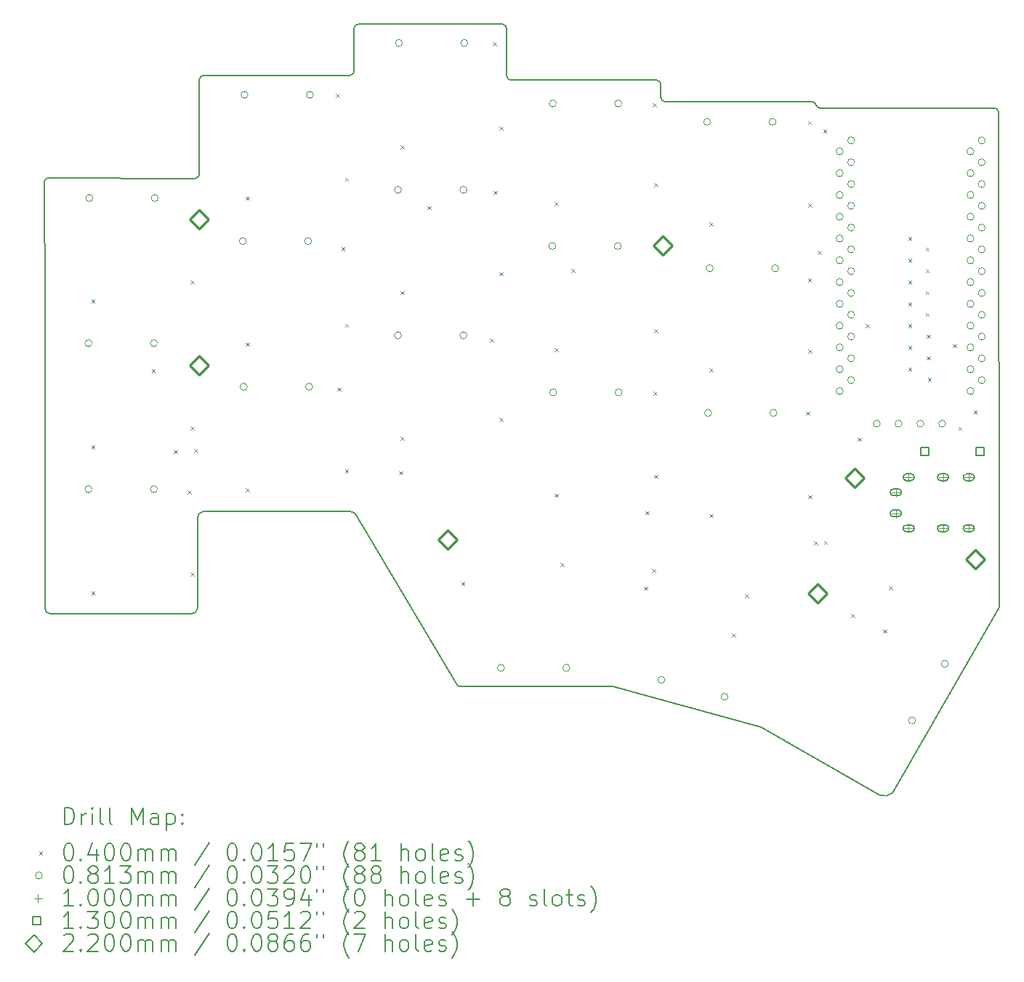
<source format=gbr>
%FSLAX45Y45*%
G04 Gerber Fmt 4.5, Leading zero omitted, Abs format (unit mm)*
G04 Created by KiCad (PCBNEW (5.99.0-11177-g6c67dfa032)) date 2021-10-11 00:00:57*
%MOMM*%
%LPD*%
G01*
G04 APERTURE LIST*
%TA.AperFunction,Profile*%
%ADD10C,0.150000*%
%TD*%
%ADD11C,0.200000*%
%ADD12C,0.040000*%
%ADD13C,0.081280*%
%ADD14C,0.100000*%
%ADD15C,0.130000*%
%ADD16C,0.220000*%
G04 APERTURE END LIST*
D10*
X18762000Y-5380500D02*
X16733040Y-5381502D01*
X9451545Y-6202085D02*
X7741920Y-6197600D01*
X17576800Y-13365480D02*
X18821400Y-11201400D01*
X16047720Y-12598400D02*
X17428867Y-13395960D01*
X12537440Y-12124081D02*
X14315440Y-12125960D01*
X16685040Y-5345502D02*
G75*
G03*
X16636050Y-5305500I-48990J-9998D01*
G01*
X16685040Y-5345502D02*
G75*
G03*
X16733040Y-5381502I48000J14000D01*
G01*
X16636050Y-5305500D02*
X14929320Y-5306902D01*
X9451545Y-6202085D02*
G75*
G03*
X9501545Y-6152085I0J50000D01*
G01*
X9551712Y-5000682D02*
G75*
G03*
X9501712Y-5050682I0J-50000D01*
G01*
X13031000Y-4403620D02*
X11353000Y-4404955D01*
X13081000Y-5005340D02*
X13081000Y-4453620D01*
X14829320Y-5056902D02*
X13131000Y-5055340D01*
X14879320Y-5256902D02*
X14879320Y-5106902D01*
X9501712Y-5050682D02*
X9501545Y-6152085D01*
X11254712Y-5000682D02*
X9551712Y-5000682D01*
X11303000Y-4454955D02*
X11304712Y-4950682D01*
X11254712Y-5000682D02*
G75*
G03*
X11304712Y-4950682I0J50000D01*
G01*
X11353000Y-4404955D02*
G75*
G03*
X11303000Y-4454955I0J-50000D01*
G01*
X13081000Y-4453620D02*
G75*
G03*
X13031000Y-4403620I-50000J0D01*
G01*
X13081000Y-5005340D02*
G75*
G03*
X13131000Y-5055340I50000J0D01*
G01*
X14879320Y-5106902D02*
G75*
G03*
X14829320Y-5056902I-50000J0D01*
G01*
X14879320Y-5256902D02*
G75*
G03*
X14929320Y-5306902I50000J0D01*
G01*
X18812000Y-5430500D02*
G75*
G03*
X18762000Y-5380500I-50000J0D01*
G01*
X9545320Y-10086265D02*
X11262360Y-10086265D01*
X9479280Y-11074400D02*
X9484360Y-10147225D01*
X11329486Y-10129488D02*
G75*
G03*
X11262360Y-10086265I-67126J-30512D01*
G01*
X12537440Y-12124081D02*
G75*
G02*
X12501880Y-12110720I0J54001D01*
G01*
X17576800Y-13365480D02*
G75*
G02*
X17428867Y-13395960I-103931J130189D01*
G01*
X7701280Y-9377680D02*
X7701280Y-11074400D01*
X7696200Y-6243320D02*
X7701280Y-7670800D01*
X18812000Y-5430500D02*
X18821400Y-11201400D01*
X9479280Y-11211560D02*
X9479280Y-11074400D01*
X9545320Y-10086265D02*
G75*
G03*
X9484360Y-10147225I0J-60960D01*
G01*
X9479280Y-11211560D02*
G75*
G02*
X9413240Y-11277600I-66040J0D01*
G01*
X7701280Y-11211560D02*
X7701280Y-11074400D01*
X7701280Y-7670800D02*
X7701280Y-9377680D01*
X11329486Y-10129488D02*
X12501880Y-12110720D01*
X7696200Y-6243320D02*
G75*
G02*
X7741920Y-6197600I45720J0D01*
G01*
X7767320Y-11277600D02*
X9413240Y-11277600D01*
X14315440Y-12125960D02*
X16047720Y-12598400D01*
X7767320Y-11277600D02*
G75*
G02*
X7701280Y-11211560I0J66040D01*
G01*
D11*
D12*
X8243500Y-7615000D02*
X8283500Y-7655000D01*
X8283500Y-7615000D02*
X8243500Y-7655000D01*
X8243500Y-9315000D02*
X8283500Y-9355000D01*
X8283500Y-9315000D02*
X8243500Y-9355000D01*
X8243500Y-11015000D02*
X8283500Y-11055000D01*
X8283500Y-11015000D02*
X8243500Y-11055000D01*
X8946200Y-8425500D02*
X8986200Y-8465500D01*
X8986200Y-8425500D02*
X8946200Y-8465500D01*
X9205280Y-9367840D02*
X9245280Y-9407840D01*
X9245280Y-9367840D02*
X9205280Y-9407840D01*
X9367840Y-9840280D02*
X9407840Y-9880280D01*
X9407840Y-9840280D02*
X9367840Y-9880280D01*
X9398500Y-7395000D02*
X9438500Y-7435000D01*
X9438500Y-7395000D02*
X9398500Y-7435000D01*
X9398500Y-9095000D02*
X9438500Y-9135000D01*
X9438500Y-9095000D02*
X9398500Y-9135000D01*
X9398500Y-10795000D02*
X9438500Y-10835000D01*
X9438500Y-10795000D02*
X9398500Y-10835000D01*
X9438960Y-9357680D02*
X9478960Y-9397680D01*
X9478960Y-9357680D02*
X9438960Y-9397680D01*
X10043500Y-6415000D02*
X10083500Y-6455000D01*
X10083500Y-6415000D02*
X10043500Y-6455000D01*
X10043500Y-8115000D02*
X10083500Y-8155000D01*
X10083500Y-8115000D02*
X10043500Y-8155000D01*
X10043500Y-9815000D02*
X10083500Y-9855000D01*
X10083500Y-9815000D02*
X10043500Y-9855000D01*
X11095040Y-5217480D02*
X11135040Y-5257480D01*
X11135040Y-5217480D02*
X11095040Y-5257480D01*
X11110280Y-8641400D02*
X11150280Y-8681400D01*
X11150280Y-8641400D02*
X11110280Y-8681400D01*
X11156000Y-7000560D02*
X11196000Y-7040560D01*
X11196000Y-7000560D02*
X11156000Y-7040560D01*
X11198500Y-6195000D02*
X11238500Y-6235000D01*
X11238500Y-6195000D02*
X11198500Y-6235000D01*
X11198500Y-7895000D02*
X11238500Y-7935000D01*
X11238500Y-7895000D02*
X11198500Y-7935000D01*
X11198500Y-9595000D02*
X11238500Y-9635000D01*
X11238500Y-9595000D02*
X11198500Y-9635000D01*
X11828000Y-9613450D02*
X11868000Y-9653450D01*
X11868000Y-9613450D02*
X11828000Y-9653450D01*
X11843500Y-5815000D02*
X11883500Y-5855000D01*
X11883500Y-5815000D02*
X11843500Y-5855000D01*
X11843500Y-7515000D02*
X11883500Y-7555000D01*
X11883500Y-7515000D02*
X11843500Y-7555000D01*
X11843500Y-9215000D02*
X11883500Y-9255000D01*
X11883500Y-9215000D02*
X11843500Y-9255000D01*
X12156760Y-6523040D02*
X12196760Y-6563040D01*
X12196760Y-6523040D02*
X12156760Y-6563040D01*
X12553500Y-10904000D02*
X12593500Y-10944000D01*
X12593500Y-10904000D02*
X12553500Y-10944000D01*
X12888280Y-8067360D02*
X12928280Y-8107360D01*
X12928280Y-8067360D02*
X12888280Y-8107360D01*
X12918760Y-4612960D02*
X12958760Y-4652960D01*
X12958760Y-4612960D02*
X12918760Y-4652960D01*
X12928920Y-6345240D02*
X12968920Y-6385240D01*
X12968920Y-6345240D02*
X12928920Y-6385240D01*
X12998500Y-5595000D02*
X13038500Y-5635000D01*
X13038500Y-5595000D02*
X12998500Y-5635000D01*
X12998500Y-7295000D02*
X13038500Y-7335000D01*
X13038500Y-7295000D02*
X12998500Y-7335000D01*
X12998500Y-8995000D02*
X13038500Y-9035000D01*
X13038500Y-8995000D02*
X12998500Y-9035000D01*
X13643500Y-6477000D02*
X13683500Y-6517000D01*
X13683500Y-6477000D02*
X13643500Y-6517000D01*
X13643500Y-8177000D02*
X13683500Y-8217000D01*
X13683500Y-8177000D02*
X13643500Y-8217000D01*
X13643500Y-9877500D02*
X13683500Y-9917500D01*
X13683500Y-9877500D02*
X13643500Y-9917500D01*
X13708500Y-10684000D02*
X13748500Y-10724000D01*
X13748500Y-10684000D02*
X13708500Y-10724000D01*
X13833160Y-7254560D02*
X13873160Y-7294560D01*
X13873160Y-7254560D02*
X13833160Y-7294560D01*
X14683753Y-10961605D02*
X14723753Y-11001605D01*
X14723753Y-10961605D02*
X14683753Y-11001605D01*
X14701840Y-10079040D02*
X14741840Y-10119040D01*
X14741840Y-10079040D02*
X14701840Y-10119040D01*
X14778040Y-10754680D02*
X14818040Y-10794680D01*
X14818040Y-10754680D02*
X14778040Y-10794680D01*
X14783120Y-5324160D02*
X14823120Y-5364160D01*
X14823120Y-5324160D02*
X14783120Y-5364160D01*
X14793280Y-8687120D02*
X14833280Y-8727120D01*
X14833280Y-8687120D02*
X14793280Y-8727120D01*
X14798500Y-6257000D02*
X14838500Y-6297000D01*
X14838500Y-6257000D02*
X14798500Y-6297000D01*
X14798500Y-7957000D02*
X14838500Y-7997000D01*
X14838500Y-7957000D02*
X14798500Y-7997000D01*
X14798500Y-9657500D02*
X14838500Y-9697500D01*
X14838500Y-9657500D02*
X14798500Y-9697500D01*
X15443500Y-6715000D02*
X15483500Y-6755000D01*
X15483500Y-6715000D02*
X15443500Y-6755000D01*
X15443500Y-8415000D02*
X15483500Y-8455000D01*
X15483500Y-8415000D02*
X15443500Y-8455000D01*
X15443500Y-10115000D02*
X15483500Y-10155000D01*
X15483500Y-10115000D02*
X15443500Y-10155000D01*
X15705140Y-11509060D02*
X15745140Y-11549060D01*
X15745140Y-11509060D02*
X15705140Y-11549060D01*
X15856338Y-11048037D02*
X15896338Y-11088037D01*
X15896338Y-11048037D02*
X15856338Y-11088037D01*
X16571280Y-8920800D02*
X16611280Y-8960800D01*
X16611280Y-8920800D02*
X16571280Y-8960800D01*
X16591600Y-5532440D02*
X16631600Y-5572440D01*
X16631600Y-5532440D02*
X16591600Y-5572440D01*
X16591600Y-7366320D02*
X16631600Y-7406320D01*
X16631600Y-7366320D02*
X16591600Y-7406320D01*
X16598500Y-6495000D02*
X16638500Y-6535000D01*
X16638500Y-6495000D02*
X16598500Y-6535000D01*
X16598500Y-8195000D02*
X16638500Y-8235000D01*
X16638500Y-8195000D02*
X16598500Y-8235000D01*
X16598500Y-9895000D02*
X16638500Y-9935000D01*
X16638500Y-9895000D02*
X16598500Y-9935000D01*
X16663000Y-10429560D02*
X16703000Y-10469560D01*
X16703000Y-10429560D02*
X16663000Y-10469560D01*
X16703360Y-7046280D02*
X16743360Y-7086280D01*
X16743360Y-7046280D02*
X16703360Y-7086280D01*
X16769400Y-5631500D02*
X16809400Y-5671500D01*
X16809400Y-5631500D02*
X16769400Y-5671500D01*
X16777000Y-10428000D02*
X16817000Y-10468000D01*
X16817000Y-10428000D02*
X16777000Y-10468000D01*
X17094465Y-11277877D02*
X17134465Y-11317877D01*
X17134465Y-11277877D02*
X17094465Y-11317877D01*
X17170720Y-9225600D02*
X17210720Y-9265600D01*
X17210720Y-9225600D02*
X17170720Y-9265600D01*
X17265549Y-7899040D02*
X17305549Y-7939040D01*
X17305549Y-7899040D02*
X17265549Y-7939040D01*
X17466630Y-11459530D02*
X17506630Y-11499530D01*
X17506630Y-11459530D02*
X17466630Y-11499530D01*
X17534991Y-10954864D02*
X17574991Y-10994864D01*
X17574991Y-10954864D02*
X17534991Y-10994864D01*
X17760000Y-6883040D02*
X17800000Y-6923040D01*
X17800000Y-6883040D02*
X17760000Y-6923040D01*
X17760000Y-7137040D02*
X17800000Y-7177040D01*
X17800000Y-7137040D02*
X17760000Y-7177040D01*
X17760000Y-7391040D02*
X17800000Y-7431040D01*
X17800000Y-7391040D02*
X17760000Y-7431040D01*
X17760000Y-7645040D02*
X17800000Y-7685040D01*
X17800000Y-7645040D02*
X17760000Y-7685040D01*
X17760000Y-7899040D02*
X17800000Y-7939040D01*
X17800000Y-7899040D02*
X17760000Y-7939040D01*
X17760000Y-8153040D02*
X17800000Y-8193040D01*
X17800000Y-8153040D02*
X17760000Y-8193040D01*
X17760000Y-8406840D02*
X17800000Y-8446840D01*
X17800000Y-8406840D02*
X17760000Y-8446840D01*
X17963200Y-7005640D02*
X18003200Y-7045640D01*
X18003200Y-7005640D02*
X17963200Y-7045640D01*
X17963200Y-7259640D02*
X18003200Y-7299640D01*
X18003200Y-7259640D02*
X17963200Y-7299640D01*
X17963200Y-7513640D02*
X18003200Y-7553640D01*
X18003200Y-7513640D02*
X17963200Y-7553640D01*
X17963200Y-7767640D02*
X18003200Y-7807640D01*
X18003200Y-7767640D02*
X17963200Y-7807640D01*
X17975900Y-8021640D02*
X18015900Y-8061640D01*
X18015900Y-8021640D02*
X17975900Y-8061640D01*
X17975900Y-8275640D02*
X18015900Y-8315640D01*
X18015900Y-8275640D02*
X17975900Y-8315640D01*
X17988600Y-8527100D02*
X18028600Y-8567100D01*
X18028600Y-8527100D02*
X17988600Y-8567100D01*
X18283240Y-8133400D02*
X18323240Y-8173400D01*
X18323240Y-8133400D02*
X18283240Y-8173400D01*
X18344200Y-9098600D02*
X18384200Y-9138600D01*
X18384200Y-9098600D02*
X18344200Y-9138600D01*
X18522000Y-8908100D02*
X18562000Y-8948100D01*
X18562000Y-8908100D02*
X18522000Y-8948100D01*
D13*
X8249920Y-8122920D02*
G75*
G03*
X8249920Y-8122920I-40640J0D01*
G01*
X8249920Y-9824720D02*
G75*
G03*
X8249920Y-9824720I-40640J0D01*
G01*
X8260080Y-6431280D02*
G75*
G03*
X8260080Y-6431280I-40640J0D01*
G01*
X9011920Y-8122920D02*
G75*
G03*
X9011920Y-8122920I-40640J0D01*
G01*
X9011920Y-9824720D02*
G75*
G03*
X9011920Y-9824720I-40640J0D01*
G01*
X9022080Y-6431280D02*
G75*
G03*
X9022080Y-6431280I-40640J0D01*
G01*
X10048240Y-6934200D02*
G75*
G03*
X10048240Y-6934200I-40640J0D01*
G01*
X10058400Y-8630920D02*
G75*
G03*
X10058400Y-8630920I-40640J0D01*
G01*
X10068560Y-5227320D02*
G75*
G03*
X10068560Y-5227320I-40640J0D01*
G01*
X10810240Y-6934200D02*
G75*
G03*
X10810240Y-6934200I-40640J0D01*
G01*
X10820400Y-8630920D02*
G75*
G03*
X10820400Y-8630920I-40640J0D01*
G01*
X10830560Y-5227320D02*
G75*
G03*
X10830560Y-5227320I-40640J0D01*
G01*
X11856720Y-6334760D02*
G75*
G03*
X11856720Y-6334760I-40640J0D01*
G01*
X11856720Y-8031480D02*
G75*
G03*
X11856720Y-8031480I-40640J0D01*
G01*
X11866880Y-4622800D02*
G75*
G03*
X11866880Y-4622800I-40640J0D01*
G01*
X12618720Y-6334760D02*
G75*
G03*
X12618720Y-6334760I-40640J0D01*
G01*
X12618720Y-8031480D02*
G75*
G03*
X12618720Y-8031480I-40640J0D01*
G01*
X12628880Y-4622800D02*
G75*
G03*
X12628880Y-4622800I-40640J0D01*
G01*
X13055600Y-11907520D02*
G75*
G03*
X13055600Y-11907520I-40640J0D01*
G01*
X13655040Y-6990080D02*
G75*
G03*
X13655040Y-6990080I-40640J0D01*
G01*
X13660120Y-5328920D02*
G75*
G03*
X13660120Y-5328920I-40640J0D01*
G01*
X13665200Y-8696960D02*
G75*
G03*
X13665200Y-8696960I-40640J0D01*
G01*
X13817600Y-11907520D02*
G75*
G03*
X13817600Y-11907520I-40640J0D01*
G01*
X14417040Y-6990080D02*
G75*
G03*
X14417040Y-6990080I-40640J0D01*
G01*
X14422120Y-5328920D02*
G75*
G03*
X14422120Y-5328920I-40640J0D01*
G01*
X14427200Y-8696960D02*
G75*
G03*
X14427200Y-8696960I-40640J0D01*
G01*
X14924050Y-12047449D02*
G75*
G03*
X14924050Y-12047449I-40640J0D01*
G01*
X15458440Y-5542280D02*
G75*
G03*
X15458440Y-5542280I-40640J0D01*
G01*
X15468600Y-8935720D02*
G75*
G03*
X15468600Y-8935720I-40640J0D01*
G01*
X15488920Y-7249160D02*
G75*
G03*
X15488920Y-7249160I-40640J0D01*
G01*
X15660086Y-12244670D02*
G75*
G03*
X15660086Y-12244670I-40640J0D01*
G01*
X16220440Y-5542280D02*
G75*
G03*
X16220440Y-5542280I-40640J0D01*
G01*
X16230600Y-8935720D02*
G75*
G03*
X16230600Y-8935720I-40640J0D01*
G01*
X16250920Y-7249160D02*
G75*
G03*
X16250920Y-7249160I-40640J0D01*
G01*
X17002640Y-5887040D02*
G75*
G03*
X17002640Y-5887040I-40640J0D01*
G01*
X17002640Y-6141040D02*
G75*
G03*
X17002640Y-6141040I-40640J0D01*
G01*
X17002640Y-6395040D02*
G75*
G03*
X17002640Y-6395040I-40640J0D01*
G01*
X17002640Y-6649040D02*
G75*
G03*
X17002640Y-6649040I-40640J0D01*
G01*
X17002640Y-6903040D02*
G75*
G03*
X17002640Y-6903040I-40640J0D01*
G01*
X17002640Y-7157040D02*
G75*
G03*
X17002640Y-7157040I-40640J0D01*
G01*
X17002640Y-7411040D02*
G75*
G03*
X17002640Y-7411040I-40640J0D01*
G01*
X17002640Y-7665040D02*
G75*
G03*
X17002640Y-7665040I-40640J0D01*
G01*
X17002640Y-7919040D02*
G75*
G03*
X17002640Y-7919040I-40640J0D01*
G01*
X17002640Y-8173040D02*
G75*
G03*
X17002640Y-8173040I-40640J0D01*
G01*
X17002640Y-8427040D02*
G75*
G03*
X17002640Y-8427040I-40640J0D01*
G01*
X17002640Y-8681040D02*
G75*
G03*
X17002640Y-8681040I-40640J0D01*
G01*
X17135280Y-5760040D02*
G75*
G03*
X17135280Y-5760040I-40640J0D01*
G01*
X17135280Y-6014040D02*
G75*
G03*
X17135280Y-6014040I-40640J0D01*
G01*
X17135280Y-6268040D02*
G75*
G03*
X17135280Y-6268040I-40640J0D01*
G01*
X17135280Y-6522040D02*
G75*
G03*
X17135280Y-6522040I-40640J0D01*
G01*
X17135280Y-6776040D02*
G75*
G03*
X17135280Y-6776040I-40640J0D01*
G01*
X17135280Y-7030040D02*
G75*
G03*
X17135280Y-7030040I-40640J0D01*
G01*
X17135280Y-7284040D02*
G75*
G03*
X17135280Y-7284040I-40640J0D01*
G01*
X17135280Y-7538040D02*
G75*
G03*
X17135280Y-7538040I-40640J0D01*
G01*
X17135280Y-7792040D02*
G75*
G03*
X17135280Y-7792040I-40640J0D01*
G01*
X17135280Y-8046040D02*
G75*
G03*
X17135280Y-8046040I-40640J0D01*
G01*
X17135280Y-8300040D02*
G75*
G03*
X17135280Y-8300040I-40640J0D01*
G01*
X17135280Y-8554040D02*
G75*
G03*
X17135280Y-8554040I-40640J0D01*
G01*
X17433640Y-9060840D02*
G75*
G03*
X17433640Y-9060840I-40640J0D01*
G01*
X17687640Y-9060840D02*
G75*
G03*
X17687640Y-9060840I-40640J0D01*
G01*
X17845957Y-12519499D02*
G75*
G03*
X17845957Y-12519499I-40640J0D01*
G01*
X17941640Y-9060840D02*
G75*
G03*
X17941640Y-9060840I-40640J0D01*
G01*
X18195640Y-9060840D02*
G75*
G03*
X18195640Y-9060840I-40640J0D01*
G01*
X18226957Y-11859588D02*
G75*
G03*
X18226957Y-11859588I-40640J0D01*
G01*
X18526640Y-5887040D02*
G75*
G03*
X18526640Y-5887040I-40640J0D01*
G01*
X18526640Y-6141040D02*
G75*
G03*
X18526640Y-6141040I-40640J0D01*
G01*
X18526640Y-6395040D02*
G75*
G03*
X18526640Y-6395040I-40640J0D01*
G01*
X18526640Y-6649040D02*
G75*
G03*
X18526640Y-6649040I-40640J0D01*
G01*
X18526640Y-6903040D02*
G75*
G03*
X18526640Y-6903040I-40640J0D01*
G01*
X18526640Y-7157040D02*
G75*
G03*
X18526640Y-7157040I-40640J0D01*
G01*
X18526640Y-7411040D02*
G75*
G03*
X18526640Y-7411040I-40640J0D01*
G01*
X18526640Y-7665040D02*
G75*
G03*
X18526640Y-7665040I-40640J0D01*
G01*
X18526640Y-7919040D02*
G75*
G03*
X18526640Y-7919040I-40640J0D01*
G01*
X18526640Y-8173040D02*
G75*
G03*
X18526640Y-8173040I-40640J0D01*
G01*
X18526640Y-8427040D02*
G75*
G03*
X18526640Y-8427040I-40640J0D01*
G01*
X18526640Y-8681040D02*
G75*
G03*
X18526640Y-8681040I-40640J0D01*
G01*
X18657280Y-5760040D02*
G75*
G03*
X18657280Y-5760040I-40640J0D01*
G01*
X18657280Y-6014040D02*
G75*
G03*
X18657280Y-6014040I-40640J0D01*
G01*
X18657280Y-6268040D02*
G75*
G03*
X18657280Y-6268040I-40640J0D01*
G01*
X18657280Y-6522040D02*
G75*
G03*
X18657280Y-6522040I-40640J0D01*
G01*
X18657280Y-6776040D02*
G75*
G03*
X18657280Y-6776040I-40640J0D01*
G01*
X18657280Y-7030040D02*
G75*
G03*
X18657280Y-7030040I-40640J0D01*
G01*
X18657280Y-7284040D02*
G75*
G03*
X18657280Y-7284040I-40640J0D01*
G01*
X18657280Y-7538040D02*
G75*
G03*
X18657280Y-7538040I-40640J0D01*
G01*
X18657280Y-7792040D02*
G75*
G03*
X18657280Y-7792040I-40640J0D01*
G01*
X18657280Y-8046040D02*
G75*
G03*
X18657280Y-8046040I-40640J0D01*
G01*
X18657280Y-8300040D02*
G75*
G03*
X18657280Y-8300040I-40640J0D01*
G01*
X18657280Y-8554040D02*
G75*
G03*
X18657280Y-8554040I-40640J0D01*
G01*
D14*
X17616000Y-9811100D02*
X17616000Y-9911100D01*
X17566000Y-9861100D02*
X17666000Y-9861100D01*
D11*
X17641000Y-9821100D02*
X17591000Y-9821100D01*
X17641000Y-9901100D02*
X17591000Y-9901100D01*
X17591000Y-9821100D02*
G75*
G03*
X17591000Y-9901100I0J-40000D01*
G01*
X17641000Y-9901100D02*
G75*
G03*
X17641000Y-9821100I0J40000D01*
G01*
D14*
X17616000Y-10056100D02*
X17616000Y-10156100D01*
X17566000Y-10106100D02*
X17666000Y-10106100D01*
D11*
X17641000Y-10066100D02*
X17591000Y-10066100D01*
X17641000Y-10146100D02*
X17591000Y-10146100D01*
X17591000Y-10066100D02*
G75*
G03*
X17591000Y-10146100I0J-40000D01*
G01*
X17641000Y-10146100D02*
G75*
G03*
X17641000Y-10066100I0J40000D01*
G01*
D14*
X17766000Y-9636100D02*
X17766000Y-9736100D01*
X17716000Y-9686100D02*
X17816000Y-9686100D01*
D11*
X17791000Y-9646100D02*
X17741000Y-9646100D01*
X17791000Y-9726100D02*
X17741000Y-9726100D01*
X17741000Y-9646100D02*
G75*
G03*
X17741000Y-9726100I0J-40000D01*
G01*
X17791000Y-9726100D02*
G75*
G03*
X17791000Y-9646100I0J40000D01*
G01*
D14*
X17766000Y-10231100D02*
X17766000Y-10331100D01*
X17716000Y-10281100D02*
X17816000Y-10281100D01*
D11*
X17791000Y-10241100D02*
X17741000Y-10241100D01*
X17791000Y-10321100D02*
X17741000Y-10321100D01*
X17741000Y-10241100D02*
G75*
G03*
X17741000Y-10321100I0J-40000D01*
G01*
X17791000Y-10321100D02*
G75*
G03*
X17791000Y-10241100I0J40000D01*
G01*
D14*
X18166000Y-9636100D02*
X18166000Y-9736100D01*
X18116000Y-9686100D02*
X18216000Y-9686100D01*
D11*
X18191000Y-9646100D02*
X18141000Y-9646100D01*
X18191000Y-9726100D02*
X18141000Y-9726100D01*
X18141000Y-9646100D02*
G75*
G03*
X18141000Y-9726100I0J-40000D01*
G01*
X18191000Y-9726100D02*
G75*
G03*
X18191000Y-9646100I0J40000D01*
G01*
D14*
X18166000Y-10231100D02*
X18166000Y-10331100D01*
X18116000Y-10281100D02*
X18216000Y-10281100D01*
D11*
X18191000Y-10241100D02*
X18141000Y-10241100D01*
X18191000Y-10321100D02*
X18141000Y-10321100D01*
X18141000Y-10241100D02*
G75*
G03*
X18141000Y-10321100I0J-40000D01*
G01*
X18191000Y-10321100D02*
G75*
G03*
X18191000Y-10241100I0J40000D01*
G01*
D14*
X18466000Y-9636100D02*
X18466000Y-9736100D01*
X18416000Y-9686100D02*
X18516000Y-9686100D01*
D11*
X18491000Y-9646100D02*
X18441000Y-9646100D01*
X18491000Y-9726100D02*
X18441000Y-9726100D01*
X18441000Y-9646100D02*
G75*
G03*
X18441000Y-9726100I0J-40000D01*
G01*
X18491000Y-9726100D02*
G75*
G03*
X18491000Y-9646100I0J40000D01*
G01*
D14*
X18466000Y-10231100D02*
X18466000Y-10331100D01*
X18416000Y-10281100D02*
X18516000Y-10281100D01*
D11*
X18491000Y-10241100D02*
X18441000Y-10241100D01*
X18491000Y-10321100D02*
X18441000Y-10321100D01*
X18441000Y-10241100D02*
G75*
G03*
X18441000Y-10321100I0J-40000D01*
G01*
X18491000Y-10321100D02*
G75*
G03*
X18491000Y-10241100I0J40000D01*
G01*
D15*
X17996262Y-9431262D02*
X17996262Y-9339338D01*
X17904338Y-9339338D01*
X17904338Y-9431262D01*
X17996262Y-9431262D01*
X18646262Y-9431262D02*
X18646262Y-9339338D01*
X18554338Y-9339338D01*
X18554338Y-9431262D01*
X18646262Y-9431262D01*
D16*
X9500000Y-6790200D02*
X9610000Y-6680200D01*
X9500000Y-6570200D01*
X9390000Y-6680200D01*
X9500000Y-6790200D01*
X9500000Y-8492000D02*
X9610000Y-8382000D01*
X9500000Y-8272000D01*
X9390000Y-8382000D01*
X9500000Y-8492000D01*
X12395200Y-10524000D02*
X12505200Y-10414000D01*
X12395200Y-10304000D01*
X12285200Y-10414000D01*
X12395200Y-10524000D01*
X14897100Y-7095000D02*
X15007100Y-6985000D01*
X14897100Y-6875000D01*
X14787100Y-6985000D01*
X14897100Y-7095000D01*
X16700500Y-11146300D02*
X16810500Y-11036300D01*
X16700500Y-10926300D01*
X16590500Y-11036300D01*
X16700500Y-11146300D01*
X17132300Y-9800100D02*
X17242300Y-9690100D01*
X17132300Y-9580100D01*
X17022300Y-9690100D01*
X17132300Y-9800100D01*
X18542000Y-10752600D02*
X18652000Y-10642600D01*
X18542000Y-10532600D01*
X18432000Y-10642600D01*
X18542000Y-10752600D01*
D11*
X7931319Y-13734853D02*
X7931319Y-13534853D01*
X7978938Y-13534853D01*
X8007509Y-13544376D01*
X8026557Y-13563424D01*
X8036081Y-13582472D01*
X8045605Y-13620567D01*
X8045605Y-13649138D01*
X8036081Y-13687234D01*
X8026557Y-13706281D01*
X8007509Y-13725329D01*
X7978938Y-13734853D01*
X7931319Y-13734853D01*
X8131319Y-13734853D02*
X8131319Y-13601519D01*
X8131319Y-13639614D02*
X8140843Y-13620567D01*
X8150367Y-13611043D01*
X8169414Y-13601519D01*
X8188462Y-13601519D01*
X8255128Y-13734853D02*
X8255128Y-13601519D01*
X8255128Y-13534853D02*
X8245605Y-13544376D01*
X8255128Y-13553900D01*
X8264652Y-13544376D01*
X8255128Y-13534853D01*
X8255128Y-13553900D01*
X8378938Y-13734853D02*
X8359890Y-13725329D01*
X8350367Y-13706281D01*
X8350367Y-13534853D01*
X8483700Y-13734853D02*
X8464652Y-13725329D01*
X8455129Y-13706281D01*
X8455129Y-13534853D01*
X8712271Y-13734853D02*
X8712271Y-13534853D01*
X8778938Y-13677710D01*
X8845605Y-13534853D01*
X8845605Y-13734853D01*
X9026557Y-13734853D02*
X9026557Y-13630091D01*
X9017033Y-13611043D01*
X8997986Y-13601519D01*
X8959890Y-13601519D01*
X8940843Y-13611043D01*
X9026557Y-13725329D02*
X9007510Y-13734853D01*
X8959890Y-13734853D01*
X8940843Y-13725329D01*
X8931319Y-13706281D01*
X8931319Y-13687234D01*
X8940843Y-13668186D01*
X8959890Y-13658662D01*
X9007510Y-13658662D01*
X9026557Y-13649138D01*
X9121795Y-13601519D02*
X9121795Y-13801519D01*
X9121795Y-13611043D02*
X9140843Y-13601519D01*
X9178938Y-13601519D01*
X9197986Y-13611043D01*
X9207510Y-13620567D01*
X9217033Y-13639614D01*
X9217033Y-13696757D01*
X9207510Y-13715805D01*
X9197986Y-13725329D01*
X9178938Y-13734853D01*
X9140843Y-13734853D01*
X9121795Y-13725329D01*
X9302748Y-13715805D02*
X9312271Y-13725329D01*
X9302748Y-13734853D01*
X9293224Y-13725329D01*
X9302748Y-13715805D01*
X9302748Y-13734853D01*
X9302748Y-13611043D02*
X9312271Y-13620567D01*
X9302748Y-13630091D01*
X9293224Y-13620567D01*
X9302748Y-13611043D01*
X9302748Y-13630091D01*
D12*
X7633700Y-14044376D02*
X7673700Y-14084376D01*
X7673700Y-14044376D02*
X7633700Y-14084376D01*
D11*
X7969414Y-13954853D02*
X7988462Y-13954853D01*
X8007509Y-13964376D01*
X8017033Y-13973900D01*
X8026557Y-13992948D01*
X8036081Y-14031043D01*
X8036081Y-14078662D01*
X8026557Y-14116757D01*
X8017033Y-14135805D01*
X8007509Y-14145329D01*
X7988462Y-14154853D01*
X7969414Y-14154853D01*
X7950367Y-14145329D01*
X7940843Y-14135805D01*
X7931319Y-14116757D01*
X7921795Y-14078662D01*
X7921795Y-14031043D01*
X7931319Y-13992948D01*
X7940843Y-13973900D01*
X7950367Y-13964376D01*
X7969414Y-13954853D01*
X8121795Y-14135805D02*
X8131319Y-14145329D01*
X8121795Y-14154853D01*
X8112271Y-14145329D01*
X8121795Y-14135805D01*
X8121795Y-14154853D01*
X8302748Y-14021519D02*
X8302748Y-14154853D01*
X8255128Y-13945329D02*
X8207509Y-14088186D01*
X8331319Y-14088186D01*
X8445605Y-13954853D02*
X8464652Y-13954853D01*
X8483700Y-13964376D01*
X8493224Y-13973900D01*
X8502748Y-13992948D01*
X8512271Y-14031043D01*
X8512271Y-14078662D01*
X8502748Y-14116757D01*
X8493224Y-14135805D01*
X8483700Y-14145329D01*
X8464652Y-14154853D01*
X8445605Y-14154853D01*
X8426557Y-14145329D01*
X8417033Y-14135805D01*
X8407510Y-14116757D01*
X8397986Y-14078662D01*
X8397986Y-14031043D01*
X8407510Y-13992948D01*
X8417033Y-13973900D01*
X8426557Y-13964376D01*
X8445605Y-13954853D01*
X8636081Y-13954853D02*
X8655129Y-13954853D01*
X8674176Y-13964376D01*
X8683700Y-13973900D01*
X8693224Y-13992948D01*
X8702748Y-14031043D01*
X8702748Y-14078662D01*
X8693224Y-14116757D01*
X8683700Y-14135805D01*
X8674176Y-14145329D01*
X8655129Y-14154853D01*
X8636081Y-14154853D01*
X8617033Y-14145329D01*
X8607510Y-14135805D01*
X8597986Y-14116757D01*
X8588462Y-14078662D01*
X8588462Y-14031043D01*
X8597986Y-13992948D01*
X8607510Y-13973900D01*
X8617033Y-13964376D01*
X8636081Y-13954853D01*
X8788462Y-14154853D02*
X8788462Y-14021519D01*
X8788462Y-14040567D02*
X8797986Y-14031043D01*
X8817033Y-14021519D01*
X8845605Y-14021519D01*
X8864652Y-14031043D01*
X8874176Y-14050091D01*
X8874176Y-14154853D01*
X8874176Y-14050091D02*
X8883700Y-14031043D01*
X8902748Y-14021519D01*
X8931319Y-14021519D01*
X8950367Y-14031043D01*
X8959890Y-14050091D01*
X8959890Y-14154853D01*
X9055129Y-14154853D02*
X9055129Y-14021519D01*
X9055129Y-14040567D02*
X9064652Y-14031043D01*
X9083700Y-14021519D01*
X9112271Y-14021519D01*
X9131319Y-14031043D01*
X9140843Y-14050091D01*
X9140843Y-14154853D01*
X9140843Y-14050091D02*
X9150367Y-14031043D01*
X9169414Y-14021519D01*
X9197986Y-14021519D01*
X9217033Y-14031043D01*
X9226557Y-14050091D01*
X9226557Y-14154853D01*
X9617033Y-13945329D02*
X9445605Y-14202472D01*
X9874176Y-13954853D02*
X9893224Y-13954853D01*
X9912271Y-13964376D01*
X9921795Y-13973900D01*
X9931319Y-13992948D01*
X9940843Y-14031043D01*
X9940843Y-14078662D01*
X9931319Y-14116757D01*
X9921795Y-14135805D01*
X9912271Y-14145329D01*
X9893224Y-14154853D01*
X9874176Y-14154853D01*
X9855129Y-14145329D01*
X9845605Y-14135805D01*
X9836081Y-14116757D01*
X9826557Y-14078662D01*
X9826557Y-14031043D01*
X9836081Y-13992948D01*
X9845605Y-13973900D01*
X9855129Y-13964376D01*
X9874176Y-13954853D01*
X10026557Y-14135805D02*
X10036081Y-14145329D01*
X10026557Y-14154853D01*
X10017033Y-14145329D01*
X10026557Y-14135805D01*
X10026557Y-14154853D01*
X10159890Y-13954853D02*
X10178938Y-13954853D01*
X10197986Y-13964376D01*
X10207510Y-13973900D01*
X10217033Y-13992948D01*
X10226557Y-14031043D01*
X10226557Y-14078662D01*
X10217033Y-14116757D01*
X10207510Y-14135805D01*
X10197986Y-14145329D01*
X10178938Y-14154853D01*
X10159890Y-14154853D01*
X10140843Y-14145329D01*
X10131319Y-14135805D01*
X10121795Y-14116757D01*
X10112271Y-14078662D01*
X10112271Y-14031043D01*
X10121795Y-13992948D01*
X10131319Y-13973900D01*
X10140843Y-13964376D01*
X10159890Y-13954853D01*
X10417033Y-14154853D02*
X10302748Y-14154853D01*
X10359890Y-14154853D02*
X10359890Y-13954853D01*
X10340843Y-13983424D01*
X10321795Y-14002472D01*
X10302748Y-14011995D01*
X10597986Y-13954853D02*
X10502748Y-13954853D01*
X10493224Y-14050091D01*
X10502748Y-14040567D01*
X10521795Y-14031043D01*
X10569414Y-14031043D01*
X10588462Y-14040567D01*
X10597986Y-14050091D01*
X10607510Y-14069138D01*
X10607510Y-14116757D01*
X10597986Y-14135805D01*
X10588462Y-14145329D01*
X10569414Y-14154853D01*
X10521795Y-14154853D01*
X10502748Y-14145329D01*
X10493224Y-14135805D01*
X10674176Y-13954853D02*
X10807510Y-13954853D01*
X10721795Y-14154853D01*
X10874176Y-13954853D02*
X10874176Y-13992948D01*
X10950367Y-13954853D02*
X10950367Y-13992948D01*
X11245605Y-14231043D02*
X11236081Y-14221519D01*
X11217033Y-14192948D01*
X11207509Y-14173900D01*
X11197986Y-14145329D01*
X11188462Y-14097710D01*
X11188462Y-14059614D01*
X11197986Y-14011995D01*
X11207509Y-13983424D01*
X11217033Y-13964376D01*
X11236081Y-13935805D01*
X11245605Y-13926281D01*
X11350367Y-14040567D02*
X11331319Y-14031043D01*
X11321795Y-14021519D01*
X11312271Y-14002472D01*
X11312271Y-13992948D01*
X11321795Y-13973900D01*
X11331319Y-13964376D01*
X11350367Y-13954853D01*
X11388462Y-13954853D01*
X11407509Y-13964376D01*
X11417033Y-13973900D01*
X11426557Y-13992948D01*
X11426557Y-14002472D01*
X11417033Y-14021519D01*
X11407509Y-14031043D01*
X11388462Y-14040567D01*
X11350367Y-14040567D01*
X11331319Y-14050091D01*
X11321795Y-14059614D01*
X11312271Y-14078662D01*
X11312271Y-14116757D01*
X11321795Y-14135805D01*
X11331319Y-14145329D01*
X11350367Y-14154853D01*
X11388462Y-14154853D01*
X11407509Y-14145329D01*
X11417033Y-14135805D01*
X11426557Y-14116757D01*
X11426557Y-14078662D01*
X11417033Y-14059614D01*
X11407509Y-14050091D01*
X11388462Y-14040567D01*
X11617033Y-14154853D02*
X11502748Y-14154853D01*
X11559890Y-14154853D02*
X11559890Y-13954853D01*
X11540843Y-13983424D01*
X11521795Y-14002472D01*
X11502748Y-14011995D01*
X11855128Y-14154853D02*
X11855128Y-13954853D01*
X11940843Y-14154853D02*
X11940843Y-14050091D01*
X11931319Y-14031043D01*
X11912271Y-14021519D01*
X11883700Y-14021519D01*
X11864652Y-14031043D01*
X11855128Y-14040567D01*
X12064652Y-14154853D02*
X12045605Y-14145329D01*
X12036081Y-14135805D01*
X12026557Y-14116757D01*
X12026557Y-14059614D01*
X12036081Y-14040567D01*
X12045605Y-14031043D01*
X12064652Y-14021519D01*
X12093224Y-14021519D01*
X12112271Y-14031043D01*
X12121795Y-14040567D01*
X12131319Y-14059614D01*
X12131319Y-14116757D01*
X12121795Y-14135805D01*
X12112271Y-14145329D01*
X12093224Y-14154853D01*
X12064652Y-14154853D01*
X12245605Y-14154853D02*
X12226557Y-14145329D01*
X12217033Y-14126281D01*
X12217033Y-13954853D01*
X12397986Y-14145329D02*
X12378938Y-14154853D01*
X12340843Y-14154853D01*
X12321795Y-14145329D01*
X12312271Y-14126281D01*
X12312271Y-14050091D01*
X12321795Y-14031043D01*
X12340843Y-14021519D01*
X12378938Y-14021519D01*
X12397986Y-14031043D01*
X12407509Y-14050091D01*
X12407509Y-14069138D01*
X12312271Y-14088186D01*
X12483700Y-14145329D02*
X12502748Y-14154853D01*
X12540843Y-14154853D01*
X12559890Y-14145329D01*
X12569414Y-14126281D01*
X12569414Y-14116757D01*
X12559890Y-14097710D01*
X12540843Y-14088186D01*
X12512271Y-14088186D01*
X12493224Y-14078662D01*
X12483700Y-14059614D01*
X12483700Y-14050091D01*
X12493224Y-14031043D01*
X12512271Y-14021519D01*
X12540843Y-14021519D01*
X12559890Y-14031043D01*
X12636081Y-14231043D02*
X12645605Y-14221519D01*
X12664652Y-14192948D01*
X12674176Y-14173900D01*
X12683700Y-14145329D01*
X12693224Y-14097710D01*
X12693224Y-14059614D01*
X12683700Y-14011995D01*
X12674176Y-13983424D01*
X12664652Y-13964376D01*
X12645605Y-13935805D01*
X12636081Y-13926281D01*
D13*
X7673700Y-14328376D02*
G75*
G03*
X7673700Y-14328376I-40640J0D01*
G01*
D11*
X7969414Y-14218853D02*
X7988462Y-14218853D01*
X8007509Y-14228376D01*
X8017033Y-14237900D01*
X8026557Y-14256948D01*
X8036081Y-14295043D01*
X8036081Y-14342662D01*
X8026557Y-14380757D01*
X8017033Y-14399805D01*
X8007509Y-14409329D01*
X7988462Y-14418853D01*
X7969414Y-14418853D01*
X7950367Y-14409329D01*
X7940843Y-14399805D01*
X7931319Y-14380757D01*
X7921795Y-14342662D01*
X7921795Y-14295043D01*
X7931319Y-14256948D01*
X7940843Y-14237900D01*
X7950367Y-14228376D01*
X7969414Y-14218853D01*
X8121795Y-14399805D02*
X8131319Y-14409329D01*
X8121795Y-14418853D01*
X8112271Y-14409329D01*
X8121795Y-14399805D01*
X8121795Y-14418853D01*
X8245605Y-14304567D02*
X8226557Y-14295043D01*
X8217033Y-14285519D01*
X8207509Y-14266472D01*
X8207509Y-14256948D01*
X8217033Y-14237900D01*
X8226557Y-14228376D01*
X8245605Y-14218853D01*
X8283700Y-14218853D01*
X8302748Y-14228376D01*
X8312271Y-14237900D01*
X8321795Y-14256948D01*
X8321795Y-14266472D01*
X8312271Y-14285519D01*
X8302748Y-14295043D01*
X8283700Y-14304567D01*
X8245605Y-14304567D01*
X8226557Y-14314091D01*
X8217033Y-14323614D01*
X8207509Y-14342662D01*
X8207509Y-14380757D01*
X8217033Y-14399805D01*
X8226557Y-14409329D01*
X8245605Y-14418853D01*
X8283700Y-14418853D01*
X8302748Y-14409329D01*
X8312271Y-14399805D01*
X8321795Y-14380757D01*
X8321795Y-14342662D01*
X8312271Y-14323614D01*
X8302748Y-14314091D01*
X8283700Y-14304567D01*
X8512271Y-14418853D02*
X8397986Y-14418853D01*
X8455129Y-14418853D02*
X8455129Y-14218853D01*
X8436081Y-14247424D01*
X8417033Y-14266472D01*
X8397986Y-14275995D01*
X8578938Y-14218853D02*
X8702748Y-14218853D01*
X8636081Y-14295043D01*
X8664652Y-14295043D01*
X8683700Y-14304567D01*
X8693224Y-14314091D01*
X8702748Y-14333138D01*
X8702748Y-14380757D01*
X8693224Y-14399805D01*
X8683700Y-14409329D01*
X8664652Y-14418853D01*
X8607510Y-14418853D01*
X8588462Y-14409329D01*
X8578938Y-14399805D01*
X8788462Y-14418853D02*
X8788462Y-14285519D01*
X8788462Y-14304567D02*
X8797986Y-14295043D01*
X8817033Y-14285519D01*
X8845605Y-14285519D01*
X8864652Y-14295043D01*
X8874176Y-14314091D01*
X8874176Y-14418853D01*
X8874176Y-14314091D02*
X8883700Y-14295043D01*
X8902748Y-14285519D01*
X8931319Y-14285519D01*
X8950367Y-14295043D01*
X8959890Y-14314091D01*
X8959890Y-14418853D01*
X9055129Y-14418853D02*
X9055129Y-14285519D01*
X9055129Y-14304567D02*
X9064652Y-14295043D01*
X9083700Y-14285519D01*
X9112271Y-14285519D01*
X9131319Y-14295043D01*
X9140843Y-14314091D01*
X9140843Y-14418853D01*
X9140843Y-14314091D02*
X9150367Y-14295043D01*
X9169414Y-14285519D01*
X9197986Y-14285519D01*
X9217033Y-14295043D01*
X9226557Y-14314091D01*
X9226557Y-14418853D01*
X9617033Y-14209329D02*
X9445605Y-14466472D01*
X9874176Y-14218853D02*
X9893224Y-14218853D01*
X9912271Y-14228376D01*
X9921795Y-14237900D01*
X9931319Y-14256948D01*
X9940843Y-14295043D01*
X9940843Y-14342662D01*
X9931319Y-14380757D01*
X9921795Y-14399805D01*
X9912271Y-14409329D01*
X9893224Y-14418853D01*
X9874176Y-14418853D01*
X9855129Y-14409329D01*
X9845605Y-14399805D01*
X9836081Y-14380757D01*
X9826557Y-14342662D01*
X9826557Y-14295043D01*
X9836081Y-14256948D01*
X9845605Y-14237900D01*
X9855129Y-14228376D01*
X9874176Y-14218853D01*
X10026557Y-14399805D02*
X10036081Y-14409329D01*
X10026557Y-14418853D01*
X10017033Y-14409329D01*
X10026557Y-14399805D01*
X10026557Y-14418853D01*
X10159890Y-14218853D02*
X10178938Y-14218853D01*
X10197986Y-14228376D01*
X10207510Y-14237900D01*
X10217033Y-14256948D01*
X10226557Y-14295043D01*
X10226557Y-14342662D01*
X10217033Y-14380757D01*
X10207510Y-14399805D01*
X10197986Y-14409329D01*
X10178938Y-14418853D01*
X10159890Y-14418853D01*
X10140843Y-14409329D01*
X10131319Y-14399805D01*
X10121795Y-14380757D01*
X10112271Y-14342662D01*
X10112271Y-14295043D01*
X10121795Y-14256948D01*
X10131319Y-14237900D01*
X10140843Y-14228376D01*
X10159890Y-14218853D01*
X10293224Y-14218853D02*
X10417033Y-14218853D01*
X10350367Y-14295043D01*
X10378938Y-14295043D01*
X10397986Y-14304567D01*
X10407510Y-14314091D01*
X10417033Y-14333138D01*
X10417033Y-14380757D01*
X10407510Y-14399805D01*
X10397986Y-14409329D01*
X10378938Y-14418853D01*
X10321795Y-14418853D01*
X10302748Y-14409329D01*
X10293224Y-14399805D01*
X10493224Y-14237900D02*
X10502748Y-14228376D01*
X10521795Y-14218853D01*
X10569414Y-14218853D01*
X10588462Y-14228376D01*
X10597986Y-14237900D01*
X10607510Y-14256948D01*
X10607510Y-14275995D01*
X10597986Y-14304567D01*
X10483700Y-14418853D01*
X10607510Y-14418853D01*
X10731319Y-14218853D02*
X10750367Y-14218853D01*
X10769414Y-14228376D01*
X10778938Y-14237900D01*
X10788462Y-14256948D01*
X10797986Y-14295043D01*
X10797986Y-14342662D01*
X10788462Y-14380757D01*
X10778938Y-14399805D01*
X10769414Y-14409329D01*
X10750367Y-14418853D01*
X10731319Y-14418853D01*
X10712271Y-14409329D01*
X10702748Y-14399805D01*
X10693224Y-14380757D01*
X10683700Y-14342662D01*
X10683700Y-14295043D01*
X10693224Y-14256948D01*
X10702748Y-14237900D01*
X10712271Y-14228376D01*
X10731319Y-14218853D01*
X10874176Y-14218853D02*
X10874176Y-14256948D01*
X10950367Y-14218853D02*
X10950367Y-14256948D01*
X11245605Y-14495043D02*
X11236081Y-14485519D01*
X11217033Y-14456948D01*
X11207509Y-14437900D01*
X11197986Y-14409329D01*
X11188462Y-14361710D01*
X11188462Y-14323614D01*
X11197986Y-14275995D01*
X11207509Y-14247424D01*
X11217033Y-14228376D01*
X11236081Y-14199805D01*
X11245605Y-14190281D01*
X11350367Y-14304567D02*
X11331319Y-14295043D01*
X11321795Y-14285519D01*
X11312271Y-14266472D01*
X11312271Y-14256948D01*
X11321795Y-14237900D01*
X11331319Y-14228376D01*
X11350367Y-14218853D01*
X11388462Y-14218853D01*
X11407509Y-14228376D01*
X11417033Y-14237900D01*
X11426557Y-14256948D01*
X11426557Y-14266472D01*
X11417033Y-14285519D01*
X11407509Y-14295043D01*
X11388462Y-14304567D01*
X11350367Y-14304567D01*
X11331319Y-14314091D01*
X11321795Y-14323614D01*
X11312271Y-14342662D01*
X11312271Y-14380757D01*
X11321795Y-14399805D01*
X11331319Y-14409329D01*
X11350367Y-14418853D01*
X11388462Y-14418853D01*
X11407509Y-14409329D01*
X11417033Y-14399805D01*
X11426557Y-14380757D01*
X11426557Y-14342662D01*
X11417033Y-14323614D01*
X11407509Y-14314091D01*
X11388462Y-14304567D01*
X11540843Y-14304567D02*
X11521795Y-14295043D01*
X11512271Y-14285519D01*
X11502748Y-14266472D01*
X11502748Y-14256948D01*
X11512271Y-14237900D01*
X11521795Y-14228376D01*
X11540843Y-14218853D01*
X11578938Y-14218853D01*
X11597986Y-14228376D01*
X11607509Y-14237900D01*
X11617033Y-14256948D01*
X11617033Y-14266472D01*
X11607509Y-14285519D01*
X11597986Y-14295043D01*
X11578938Y-14304567D01*
X11540843Y-14304567D01*
X11521795Y-14314091D01*
X11512271Y-14323614D01*
X11502748Y-14342662D01*
X11502748Y-14380757D01*
X11512271Y-14399805D01*
X11521795Y-14409329D01*
X11540843Y-14418853D01*
X11578938Y-14418853D01*
X11597986Y-14409329D01*
X11607509Y-14399805D01*
X11617033Y-14380757D01*
X11617033Y-14342662D01*
X11607509Y-14323614D01*
X11597986Y-14314091D01*
X11578938Y-14304567D01*
X11855128Y-14418853D02*
X11855128Y-14218853D01*
X11940843Y-14418853D02*
X11940843Y-14314091D01*
X11931319Y-14295043D01*
X11912271Y-14285519D01*
X11883700Y-14285519D01*
X11864652Y-14295043D01*
X11855128Y-14304567D01*
X12064652Y-14418853D02*
X12045605Y-14409329D01*
X12036081Y-14399805D01*
X12026557Y-14380757D01*
X12026557Y-14323614D01*
X12036081Y-14304567D01*
X12045605Y-14295043D01*
X12064652Y-14285519D01*
X12093224Y-14285519D01*
X12112271Y-14295043D01*
X12121795Y-14304567D01*
X12131319Y-14323614D01*
X12131319Y-14380757D01*
X12121795Y-14399805D01*
X12112271Y-14409329D01*
X12093224Y-14418853D01*
X12064652Y-14418853D01*
X12245605Y-14418853D02*
X12226557Y-14409329D01*
X12217033Y-14390281D01*
X12217033Y-14218853D01*
X12397986Y-14409329D02*
X12378938Y-14418853D01*
X12340843Y-14418853D01*
X12321795Y-14409329D01*
X12312271Y-14390281D01*
X12312271Y-14314091D01*
X12321795Y-14295043D01*
X12340843Y-14285519D01*
X12378938Y-14285519D01*
X12397986Y-14295043D01*
X12407509Y-14314091D01*
X12407509Y-14333138D01*
X12312271Y-14352186D01*
X12483700Y-14409329D02*
X12502748Y-14418853D01*
X12540843Y-14418853D01*
X12559890Y-14409329D01*
X12569414Y-14390281D01*
X12569414Y-14380757D01*
X12559890Y-14361710D01*
X12540843Y-14352186D01*
X12512271Y-14352186D01*
X12493224Y-14342662D01*
X12483700Y-14323614D01*
X12483700Y-14314091D01*
X12493224Y-14295043D01*
X12512271Y-14285519D01*
X12540843Y-14285519D01*
X12559890Y-14295043D01*
X12636081Y-14495043D02*
X12645605Y-14485519D01*
X12664652Y-14456948D01*
X12674176Y-14437900D01*
X12683700Y-14409329D01*
X12693224Y-14361710D01*
X12693224Y-14323614D01*
X12683700Y-14275995D01*
X12674176Y-14247424D01*
X12664652Y-14228376D01*
X12645605Y-14199805D01*
X12636081Y-14190281D01*
D14*
X7623700Y-14542376D02*
X7623700Y-14642376D01*
X7573700Y-14592376D02*
X7673700Y-14592376D01*
D11*
X8036081Y-14682853D02*
X7921795Y-14682853D01*
X7978938Y-14682853D02*
X7978938Y-14482853D01*
X7959890Y-14511424D01*
X7940843Y-14530472D01*
X7921795Y-14539995D01*
X8121795Y-14663805D02*
X8131319Y-14673329D01*
X8121795Y-14682853D01*
X8112271Y-14673329D01*
X8121795Y-14663805D01*
X8121795Y-14682853D01*
X8255128Y-14482853D02*
X8274176Y-14482853D01*
X8293224Y-14492376D01*
X8302748Y-14501900D01*
X8312271Y-14520948D01*
X8321795Y-14559043D01*
X8321795Y-14606662D01*
X8312271Y-14644757D01*
X8302748Y-14663805D01*
X8293224Y-14673329D01*
X8274176Y-14682853D01*
X8255128Y-14682853D01*
X8236081Y-14673329D01*
X8226557Y-14663805D01*
X8217033Y-14644757D01*
X8207509Y-14606662D01*
X8207509Y-14559043D01*
X8217033Y-14520948D01*
X8226557Y-14501900D01*
X8236081Y-14492376D01*
X8255128Y-14482853D01*
X8445605Y-14482853D02*
X8464652Y-14482853D01*
X8483700Y-14492376D01*
X8493224Y-14501900D01*
X8502748Y-14520948D01*
X8512271Y-14559043D01*
X8512271Y-14606662D01*
X8502748Y-14644757D01*
X8493224Y-14663805D01*
X8483700Y-14673329D01*
X8464652Y-14682853D01*
X8445605Y-14682853D01*
X8426557Y-14673329D01*
X8417033Y-14663805D01*
X8407510Y-14644757D01*
X8397986Y-14606662D01*
X8397986Y-14559043D01*
X8407510Y-14520948D01*
X8417033Y-14501900D01*
X8426557Y-14492376D01*
X8445605Y-14482853D01*
X8636081Y-14482853D02*
X8655129Y-14482853D01*
X8674176Y-14492376D01*
X8683700Y-14501900D01*
X8693224Y-14520948D01*
X8702748Y-14559043D01*
X8702748Y-14606662D01*
X8693224Y-14644757D01*
X8683700Y-14663805D01*
X8674176Y-14673329D01*
X8655129Y-14682853D01*
X8636081Y-14682853D01*
X8617033Y-14673329D01*
X8607510Y-14663805D01*
X8597986Y-14644757D01*
X8588462Y-14606662D01*
X8588462Y-14559043D01*
X8597986Y-14520948D01*
X8607510Y-14501900D01*
X8617033Y-14492376D01*
X8636081Y-14482853D01*
X8788462Y-14682853D02*
X8788462Y-14549519D01*
X8788462Y-14568567D02*
X8797986Y-14559043D01*
X8817033Y-14549519D01*
X8845605Y-14549519D01*
X8864652Y-14559043D01*
X8874176Y-14578091D01*
X8874176Y-14682853D01*
X8874176Y-14578091D02*
X8883700Y-14559043D01*
X8902748Y-14549519D01*
X8931319Y-14549519D01*
X8950367Y-14559043D01*
X8959890Y-14578091D01*
X8959890Y-14682853D01*
X9055129Y-14682853D02*
X9055129Y-14549519D01*
X9055129Y-14568567D02*
X9064652Y-14559043D01*
X9083700Y-14549519D01*
X9112271Y-14549519D01*
X9131319Y-14559043D01*
X9140843Y-14578091D01*
X9140843Y-14682853D01*
X9140843Y-14578091D02*
X9150367Y-14559043D01*
X9169414Y-14549519D01*
X9197986Y-14549519D01*
X9217033Y-14559043D01*
X9226557Y-14578091D01*
X9226557Y-14682853D01*
X9617033Y-14473329D02*
X9445605Y-14730472D01*
X9874176Y-14482853D02*
X9893224Y-14482853D01*
X9912271Y-14492376D01*
X9921795Y-14501900D01*
X9931319Y-14520948D01*
X9940843Y-14559043D01*
X9940843Y-14606662D01*
X9931319Y-14644757D01*
X9921795Y-14663805D01*
X9912271Y-14673329D01*
X9893224Y-14682853D01*
X9874176Y-14682853D01*
X9855129Y-14673329D01*
X9845605Y-14663805D01*
X9836081Y-14644757D01*
X9826557Y-14606662D01*
X9826557Y-14559043D01*
X9836081Y-14520948D01*
X9845605Y-14501900D01*
X9855129Y-14492376D01*
X9874176Y-14482853D01*
X10026557Y-14663805D02*
X10036081Y-14673329D01*
X10026557Y-14682853D01*
X10017033Y-14673329D01*
X10026557Y-14663805D01*
X10026557Y-14682853D01*
X10159890Y-14482853D02*
X10178938Y-14482853D01*
X10197986Y-14492376D01*
X10207510Y-14501900D01*
X10217033Y-14520948D01*
X10226557Y-14559043D01*
X10226557Y-14606662D01*
X10217033Y-14644757D01*
X10207510Y-14663805D01*
X10197986Y-14673329D01*
X10178938Y-14682853D01*
X10159890Y-14682853D01*
X10140843Y-14673329D01*
X10131319Y-14663805D01*
X10121795Y-14644757D01*
X10112271Y-14606662D01*
X10112271Y-14559043D01*
X10121795Y-14520948D01*
X10131319Y-14501900D01*
X10140843Y-14492376D01*
X10159890Y-14482853D01*
X10293224Y-14482853D02*
X10417033Y-14482853D01*
X10350367Y-14559043D01*
X10378938Y-14559043D01*
X10397986Y-14568567D01*
X10407510Y-14578091D01*
X10417033Y-14597138D01*
X10417033Y-14644757D01*
X10407510Y-14663805D01*
X10397986Y-14673329D01*
X10378938Y-14682853D01*
X10321795Y-14682853D01*
X10302748Y-14673329D01*
X10293224Y-14663805D01*
X10512271Y-14682853D02*
X10550367Y-14682853D01*
X10569414Y-14673329D01*
X10578938Y-14663805D01*
X10597986Y-14635234D01*
X10607510Y-14597138D01*
X10607510Y-14520948D01*
X10597986Y-14501900D01*
X10588462Y-14492376D01*
X10569414Y-14482853D01*
X10531319Y-14482853D01*
X10512271Y-14492376D01*
X10502748Y-14501900D01*
X10493224Y-14520948D01*
X10493224Y-14568567D01*
X10502748Y-14587614D01*
X10512271Y-14597138D01*
X10531319Y-14606662D01*
X10569414Y-14606662D01*
X10588462Y-14597138D01*
X10597986Y-14587614D01*
X10607510Y-14568567D01*
X10778938Y-14549519D02*
X10778938Y-14682853D01*
X10731319Y-14473329D02*
X10683700Y-14616186D01*
X10807510Y-14616186D01*
X10874176Y-14482853D02*
X10874176Y-14520948D01*
X10950367Y-14482853D02*
X10950367Y-14520948D01*
X11245605Y-14759043D02*
X11236081Y-14749519D01*
X11217033Y-14720948D01*
X11207509Y-14701900D01*
X11197986Y-14673329D01*
X11188462Y-14625710D01*
X11188462Y-14587614D01*
X11197986Y-14539995D01*
X11207509Y-14511424D01*
X11217033Y-14492376D01*
X11236081Y-14463805D01*
X11245605Y-14454281D01*
X11359890Y-14482853D02*
X11378938Y-14482853D01*
X11397986Y-14492376D01*
X11407509Y-14501900D01*
X11417033Y-14520948D01*
X11426557Y-14559043D01*
X11426557Y-14606662D01*
X11417033Y-14644757D01*
X11407509Y-14663805D01*
X11397986Y-14673329D01*
X11378938Y-14682853D01*
X11359890Y-14682853D01*
X11340843Y-14673329D01*
X11331319Y-14663805D01*
X11321795Y-14644757D01*
X11312271Y-14606662D01*
X11312271Y-14559043D01*
X11321795Y-14520948D01*
X11331319Y-14501900D01*
X11340843Y-14492376D01*
X11359890Y-14482853D01*
X11664652Y-14682853D02*
X11664652Y-14482853D01*
X11750367Y-14682853D02*
X11750367Y-14578091D01*
X11740843Y-14559043D01*
X11721795Y-14549519D01*
X11693224Y-14549519D01*
X11674176Y-14559043D01*
X11664652Y-14568567D01*
X11874176Y-14682853D02*
X11855128Y-14673329D01*
X11845605Y-14663805D01*
X11836081Y-14644757D01*
X11836081Y-14587614D01*
X11845605Y-14568567D01*
X11855128Y-14559043D01*
X11874176Y-14549519D01*
X11902748Y-14549519D01*
X11921795Y-14559043D01*
X11931319Y-14568567D01*
X11940843Y-14587614D01*
X11940843Y-14644757D01*
X11931319Y-14663805D01*
X11921795Y-14673329D01*
X11902748Y-14682853D01*
X11874176Y-14682853D01*
X12055128Y-14682853D02*
X12036081Y-14673329D01*
X12026557Y-14654281D01*
X12026557Y-14482853D01*
X12207509Y-14673329D02*
X12188462Y-14682853D01*
X12150367Y-14682853D01*
X12131319Y-14673329D01*
X12121795Y-14654281D01*
X12121795Y-14578091D01*
X12131319Y-14559043D01*
X12150367Y-14549519D01*
X12188462Y-14549519D01*
X12207509Y-14559043D01*
X12217033Y-14578091D01*
X12217033Y-14597138D01*
X12121795Y-14616186D01*
X12293224Y-14673329D02*
X12312271Y-14682853D01*
X12350367Y-14682853D01*
X12369414Y-14673329D01*
X12378938Y-14654281D01*
X12378938Y-14644757D01*
X12369414Y-14625710D01*
X12350367Y-14616186D01*
X12321795Y-14616186D01*
X12302748Y-14606662D01*
X12293224Y-14587614D01*
X12293224Y-14578091D01*
X12302748Y-14559043D01*
X12321795Y-14549519D01*
X12350367Y-14549519D01*
X12369414Y-14559043D01*
X12617033Y-14606662D02*
X12769414Y-14606662D01*
X12693224Y-14682853D02*
X12693224Y-14530472D01*
X13045605Y-14568567D02*
X13026557Y-14559043D01*
X13017033Y-14549519D01*
X13007509Y-14530472D01*
X13007509Y-14520948D01*
X13017033Y-14501900D01*
X13026557Y-14492376D01*
X13045605Y-14482853D01*
X13083700Y-14482853D01*
X13102748Y-14492376D01*
X13112271Y-14501900D01*
X13121795Y-14520948D01*
X13121795Y-14530472D01*
X13112271Y-14549519D01*
X13102748Y-14559043D01*
X13083700Y-14568567D01*
X13045605Y-14568567D01*
X13026557Y-14578091D01*
X13017033Y-14587614D01*
X13007509Y-14606662D01*
X13007509Y-14644757D01*
X13017033Y-14663805D01*
X13026557Y-14673329D01*
X13045605Y-14682853D01*
X13083700Y-14682853D01*
X13102748Y-14673329D01*
X13112271Y-14663805D01*
X13121795Y-14644757D01*
X13121795Y-14606662D01*
X13112271Y-14587614D01*
X13102748Y-14578091D01*
X13083700Y-14568567D01*
X13350367Y-14673329D02*
X13369414Y-14682853D01*
X13407509Y-14682853D01*
X13426557Y-14673329D01*
X13436081Y-14654281D01*
X13436081Y-14644757D01*
X13426557Y-14625710D01*
X13407509Y-14616186D01*
X13378938Y-14616186D01*
X13359890Y-14606662D01*
X13350367Y-14587614D01*
X13350367Y-14578091D01*
X13359890Y-14559043D01*
X13378938Y-14549519D01*
X13407509Y-14549519D01*
X13426557Y-14559043D01*
X13550367Y-14682853D02*
X13531319Y-14673329D01*
X13521795Y-14654281D01*
X13521795Y-14482853D01*
X13655128Y-14682853D02*
X13636081Y-14673329D01*
X13626557Y-14663805D01*
X13617033Y-14644757D01*
X13617033Y-14587614D01*
X13626557Y-14568567D01*
X13636081Y-14559043D01*
X13655128Y-14549519D01*
X13683700Y-14549519D01*
X13702748Y-14559043D01*
X13712271Y-14568567D01*
X13721795Y-14587614D01*
X13721795Y-14644757D01*
X13712271Y-14663805D01*
X13702748Y-14673329D01*
X13683700Y-14682853D01*
X13655128Y-14682853D01*
X13778938Y-14549519D02*
X13855128Y-14549519D01*
X13807509Y-14482853D02*
X13807509Y-14654281D01*
X13817033Y-14673329D01*
X13836081Y-14682853D01*
X13855128Y-14682853D01*
X13912271Y-14673329D02*
X13931319Y-14682853D01*
X13969414Y-14682853D01*
X13988462Y-14673329D01*
X13997986Y-14654281D01*
X13997986Y-14644757D01*
X13988462Y-14625710D01*
X13969414Y-14616186D01*
X13940843Y-14616186D01*
X13921795Y-14606662D01*
X13912271Y-14587614D01*
X13912271Y-14578091D01*
X13921795Y-14559043D01*
X13940843Y-14549519D01*
X13969414Y-14549519D01*
X13988462Y-14559043D01*
X14064652Y-14759043D02*
X14074176Y-14749519D01*
X14093224Y-14720948D01*
X14102748Y-14701900D01*
X14112271Y-14673329D01*
X14121795Y-14625710D01*
X14121795Y-14587614D01*
X14112271Y-14539995D01*
X14102748Y-14511424D01*
X14093224Y-14492376D01*
X14074176Y-14463805D01*
X14064652Y-14454281D01*
D15*
X7654662Y-14902339D02*
X7654662Y-14810414D01*
X7562738Y-14810414D01*
X7562738Y-14902339D01*
X7654662Y-14902339D01*
D11*
X8036081Y-14946853D02*
X7921795Y-14946853D01*
X7978938Y-14946853D02*
X7978938Y-14746853D01*
X7959890Y-14775424D01*
X7940843Y-14794472D01*
X7921795Y-14803995D01*
X8121795Y-14927805D02*
X8131319Y-14937329D01*
X8121795Y-14946853D01*
X8112271Y-14937329D01*
X8121795Y-14927805D01*
X8121795Y-14946853D01*
X8197986Y-14746853D02*
X8321795Y-14746853D01*
X8255128Y-14823043D01*
X8283700Y-14823043D01*
X8302748Y-14832567D01*
X8312271Y-14842091D01*
X8321795Y-14861138D01*
X8321795Y-14908757D01*
X8312271Y-14927805D01*
X8302748Y-14937329D01*
X8283700Y-14946853D01*
X8226557Y-14946853D01*
X8207509Y-14937329D01*
X8197986Y-14927805D01*
X8445605Y-14746853D02*
X8464652Y-14746853D01*
X8483700Y-14756376D01*
X8493224Y-14765900D01*
X8502748Y-14784948D01*
X8512271Y-14823043D01*
X8512271Y-14870662D01*
X8502748Y-14908757D01*
X8493224Y-14927805D01*
X8483700Y-14937329D01*
X8464652Y-14946853D01*
X8445605Y-14946853D01*
X8426557Y-14937329D01*
X8417033Y-14927805D01*
X8407510Y-14908757D01*
X8397986Y-14870662D01*
X8397986Y-14823043D01*
X8407510Y-14784948D01*
X8417033Y-14765900D01*
X8426557Y-14756376D01*
X8445605Y-14746853D01*
X8636081Y-14746853D02*
X8655129Y-14746853D01*
X8674176Y-14756376D01*
X8683700Y-14765900D01*
X8693224Y-14784948D01*
X8702748Y-14823043D01*
X8702748Y-14870662D01*
X8693224Y-14908757D01*
X8683700Y-14927805D01*
X8674176Y-14937329D01*
X8655129Y-14946853D01*
X8636081Y-14946853D01*
X8617033Y-14937329D01*
X8607510Y-14927805D01*
X8597986Y-14908757D01*
X8588462Y-14870662D01*
X8588462Y-14823043D01*
X8597986Y-14784948D01*
X8607510Y-14765900D01*
X8617033Y-14756376D01*
X8636081Y-14746853D01*
X8788462Y-14946853D02*
X8788462Y-14813519D01*
X8788462Y-14832567D02*
X8797986Y-14823043D01*
X8817033Y-14813519D01*
X8845605Y-14813519D01*
X8864652Y-14823043D01*
X8874176Y-14842091D01*
X8874176Y-14946853D01*
X8874176Y-14842091D02*
X8883700Y-14823043D01*
X8902748Y-14813519D01*
X8931319Y-14813519D01*
X8950367Y-14823043D01*
X8959890Y-14842091D01*
X8959890Y-14946853D01*
X9055129Y-14946853D02*
X9055129Y-14813519D01*
X9055129Y-14832567D02*
X9064652Y-14823043D01*
X9083700Y-14813519D01*
X9112271Y-14813519D01*
X9131319Y-14823043D01*
X9140843Y-14842091D01*
X9140843Y-14946853D01*
X9140843Y-14842091D02*
X9150367Y-14823043D01*
X9169414Y-14813519D01*
X9197986Y-14813519D01*
X9217033Y-14823043D01*
X9226557Y-14842091D01*
X9226557Y-14946853D01*
X9617033Y-14737329D02*
X9445605Y-14994472D01*
X9874176Y-14746853D02*
X9893224Y-14746853D01*
X9912271Y-14756376D01*
X9921795Y-14765900D01*
X9931319Y-14784948D01*
X9940843Y-14823043D01*
X9940843Y-14870662D01*
X9931319Y-14908757D01*
X9921795Y-14927805D01*
X9912271Y-14937329D01*
X9893224Y-14946853D01*
X9874176Y-14946853D01*
X9855129Y-14937329D01*
X9845605Y-14927805D01*
X9836081Y-14908757D01*
X9826557Y-14870662D01*
X9826557Y-14823043D01*
X9836081Y-14784948D01*
X9845605Y-14765900D01*
X9855129Y-14756376D01*
X9874176Y-14746853D01*
X10026557Y-14927805D02*
X10036081Y-14937329D01*
X10026557Y-14946853D01*
X10017033Y-14937329D01*
X10026557Y-14927805D01*
X10026557Y-14946853D01*
X10159890Y-14746853D02*
X10178938Y-14746853D01*
X10197986Y-14756376D01*
X10207510Y-14765900D01*
X10217033Y-14784948D01*
X10226557Y-14823043D01*
X10226557Y-14870662D01*
X10217033Y-14908757D01*
X10207510Y-14927805D01*
X10197986Y-14937329D01*
X10178938Y-14946853D01*
X10159890Y-14946853D01*
X10140843Y-14937329D01*
X10131319Y-14927805D01*
X10121795Y-14908757D01*
X10112271Y-14870662D01*
X10112271Y-14823043D01*
X10121795Y-14784948D01*
X10131319Y-14765900D01*
X10140843Y-14756376D01*
X10159890Y-14746853D01*
X10407510Y-14746853D02*
X10312271Y-14746853D01*
X10302748Y-14842091D01*
X10312271Y-14832567D01*
X10331319Y-14823043D01*
X10378938Y-14823043D01*
X10397986Y-14832567D01*
X10407510Y-14842091D01*
X10417033Y-14861138D01*
X10417033Y-14908757D01*
X10407510Y-14927805D01*
X10397986Y-14937329D01*
X10378938Y-14946853D01*
X10331319Y-14946853D01*
X10312271Y-14937329D01*
X10302748Y-14927805D01*
X10607510Y-14946853D02*
X10493224Y-14946853D01*
X10550367Y-14946853D02*
X10550367Y-14746853D01*
X10531319Y-14775424D01*
X10512271Y-14794472D01*
X10493224Y-14803995D01*
X10683700Y-14765900D02*
X10693224Y-14756376D01*
X10712271Y-14746853D01*
X10759890Y-14746853D01*
X10778938Y-14756376D01*
X10788462Y-14765900D01*
X10797986Y-14784948D01*
X10797986Y-14803995D01*
X10788462Y-14832567D01*
X10674176Y-14946853D01*
X10797986Y-14946853D01*
X10874176Y-14746853D02*
X10874176Y-14784948D01*
X10950367Y-14746853D02*
X10950367Y-14784948D01*
X11245605Y-15023043D02*
X11236081Y-15013519D01*
X11217033Y-14984948D01*
X11207509Y-14965900D01*
X11197986Y-14937329D01*
X11188462Y-14889710D01*
X11188462Y-14851614D01*
X11197986Y-14803995D01*
X11207509Y-14775424D01*
X11217033Y-14756376D01*
X11236081Y-14727805D01*
X11245605Y-14718281D01*
X11312271Y-14765900D02*
X11321795Y-14756376D01*
X11340843Y-14746853D01*
X11388462Y-14746853D01*
X11407509Y-14756376D01*
X11417033Y-14765900D01*
X11426557Y-14784948D01*
X11426557Y-14803995D01*
X11417033Y-14832567D01*
X11302748Y-14946853D01*
X11426557Y-14946853D01*
X11664652Y-14946853D02*
X11664652Y-14746853D01*
X11750367Y-14946853D02*
X11750367Y-14842091D01*
X11740843Y-14823043D01*
X11721795Y-14813519D01*
X11693224Y-14813519D01*
X11674176Y-14823043D01*
X11664652Y-14832567D01*
X11874176Y-14946853D02*
X11855128Y-14937329D01*
X11845605Y-14927805D01*
X11836081Y-14908757D01*
X11836081Y-14851614D01*
X11845605Y-14832567D01*
X11855128Y-14823043D01*
X11874176Y-14813519D01*
X11902748Y-14813519D01*
X11921795Y-14823043D01*
X11931319Y-14832567D01*
X11940843Y-14851614D01*
X11940843Y-14908757D01*
X11931319Y-14927805D01*
X11921795Y-14937329D01*
X11902748Y-14946853D01*
X11874176Y-14946853D01*
X12055128Y-14946853D02*
X12036081Y-14937329D01*
X12026557Y-14918281D01*
X12026557Y-14746853D01*
X12207509Y-14937329D02*
X12188462Y-14946853D01*
X12150367Y-14946853D01*
X12131319Y-14937329D01*
X12121795Y-14918281D01*
X12121795Y-14842091D01*
X12131319Y-14823043D01*
X12150367Y-14813519D01*
X12188462Y-14813519D01*
X12207509Y-14823043D01*
X12217033Y-14842091D01*
X12217033Y-14861138D01*
X12121795Y-14880186D01*
X12293224Y-14937329D02*
X12312271Y-14946853D01*
X12350367Y-14946853D01*
X12369414Y-14937329D01*
X12378938Y-14918281D01*
X12378938Y-14908757D01*
X12369414Y-14889710D01*
X12350367Y-14880186D01*
X12321795Y-14880186D01*
X12302748Y-14870662D01*
X12293224Y-14851614D01*
X12293224Y-14842091D01*
X12302748Y-14823043D01*
X12321795Y-14813519D01*
X12350367Y-14813519D01*
X12369414Y-14823043D01*
X12445605Y-15023043D02*
X12455128Y-15013519D01*
X12474176Y-14984948D01*
X12483700Y-14965900D01*
X12493224Y-14937329D01*
X12502748Y-14889710D01*
X12502748Y-14851614D01*
X12493224Y-14803995D01*
X12483700Y-14775424D01*
X12474176Y-14756376D01*
X12455128Y-14727805D01*
X12445605Y-14718281D01*
X7573700Y-15220376D02*
X7673700Y-15120376D01*
X7573700Y-15020376D01*
X7473700Y-15120376D01*
X7573700Y-15220376D01*
X7921795Y-15029900D02*
X7931319Y-15020376D01*
X7950367Y-15010853D01*
X7997986Y-15010853D01*
X8017033Y-15020376D01*
X8026557Y-15029900D01*
X8036081Y-15048948D01*
X8036081Y-15067995D01*
X8026557Y-15096567D01*
X7912271Y-15210853D01*
X8036081Y-15210853D01*
X8121795Y-15191805D02*
X8131319Y-15201329D01*
X8121795Y-15210853D01*
X8112271Y-15201329D01*
X8121795Y-15191805D01*
X8121795Y-15210853D01*
X8207509Y-15029900D02*
X8217033Y-15020376D01*
X8236081Y-15010853D01*
X8283700Y-15010853D01*
X8302748Y-15020376D01*
X8312271Y-15029900D01*
X8321795Y-15048948D01*
X8321795Y-15067995D01*
X8312271Y-15096567D01*
X8197986Y-15210853D01*
X8321795Y-15210853D01*
X8445605Y-15010853D02*
X8464652Y-15010853D01*
X8483700Y-15020376D01*
X8493224Y-15029900D01*
X8502748Y-15048948D01*
X8512271Y-15087043D01*
X8512271Y-15134662D01*
X8502748Y-15172757D01*
X8493224Y-15191805D01*
X8483700Y-15201329D01*
X8464652Y-15210853D01*
X8445605Y-15210853D01*
X8426557Y-15201329D01*
X8417033Y-15191805D01*
X8407510Y-15172757D01*
X8397986Y-15134662D01*
X8397986Y-15087043D01*
X8407510Y-15048948D01*
X8417033Y-15029900D01*
X8426557Y-15020376D01*
X8445605Y-15010853D01*
X8636081Y-15010853D02*
X8655129Y-15010853D01*
X8674176Y-15020376D01*
X8683700Y-15029900D01*
X8693224Y-15048948D01*
X8702748Y-15087043D01*
X8702748Y-15134662D01*
X8693224Y-15172757D01*
X8683700Y-15191805D01*
X8674176Y-15201329D01*
X8655129Y-15210853D01*
X8636081Y-15210853D01*
X8617033Y-15201329D01*
X8607510Y-15191805D01*
X8597986Y-15172757D01*
X8588462Y-15134662D01*
X8588462Y-15087043D01*
X8597986Y-15048948D01*
X8607510Y-15029900D01*
X8617033Y-15020376D01*
X8636081Y-15010853D01*
X8788462Y-15210853D02*
X8788462Y-15077519D01*
X8788462Y-15096567D02*
X8797986Y-15087043D01*
X8817033Y-15077519D01*
X8845605Y-15077519D01*
X8864652Y-15087043D01*
X8874176Y-15106091D01*
X8874176Y-15210853D01*
X8874176Y-15106091D02*
X8883700Y-15087043D01*
X8902748Y-15077519D01*
X8931319Y-15077519D01*
X8950367Y-15087043D01*
X8959890Y-15106091D01*
X8959890Y-15210853D01*
X9055129Y-15210853D02*
X9055129Y-15077519D01*
X9055129Y-15096567D02*
X9064652Y-15087043D01*
X9083700Y-15077519D01*
X9112271Y-15077519D01*
X9131319Y-15087043D01*
X9140843Y-15106091D01*
X9140843Y-15210853D01*
X9140843Y-15106091D02*
X9150367Y-15087043D01*
X9169414Y-15077519D01*
X9197986Y-15077519D01*
X9217033Y-15087043D01*
X9226557Y-15106091D01*
X9226557Y-15210853D01*
X9617033Y-15001329D02*
X9445605Y-15258472D01*
X9874176Y-15010853D02*
X9893224Y-15010853D01*
X9912271Y-15020376D01*
X9921795Y-15029900D01*
X9931319Y-15048948D01*
X9940843Y-15087043D01*
X9940843Y-15134662D01*
X9931319Y-15172757D01*
X9921795Y-15191805D01*
X9912271Y-15201329D01*
X9893224Y-15210853D01*
X9874176Y-15210853D01*
X9855129Y-15201329D01*
X9845605Y-15191805D01*
X9836081Y-15172757D01*
X9826557Y-15134662D01*
X9826557Y-15087043D01*
X9836081Y-15048948D01*
X9845605Y-15029900D01*
X9855129Y-15020376D01*
X9874176Y-15010853D01*
X10026557Y-15191805D02*
X10036081Y-15201329D01*
X10026557Y-15210853D01*
X10017033Y-15201329D01*
X10026557Y-15191805D01*
X10026557Y-15210853D01*
X10159890Y-15010853D02*
X10178938Y-15010853D01*
X10197986Y-15020376D01*
X10207510Y-15029900D01*
X10217033Y-15048948D01*
X10226557Y-15087043D01*
X10226557Y-15134662D01*
X10217033Y-15172757D01*
X10207510Y-15191805D01*
X10197986Y-15201329D01*
X10178938Y-15210853D01*
X10159890Y-15210853D01*
X10140843Y-15201329D01*
X10131319Y-15191805D01*
X10121795Y-15172757D01*
X10112271Y-15134662D01*
X10112271Y-15087043D01*
X10121795Y-15048948D01*
X10131319Y-15029900D01*
X10140843Y-15020376D01*
X10159890Y-15010853D01*
X10340843Y-15096567D02*
X10321795Y-15087043D01*
X10312271Y-15077519D01*
X10302748Y-15058472D01*
X10302748Y-15048948D01*
X10312271Y-15029900D01*
X10321795Y-15020376D01*
X10340843Y-15010853D01*
X10378938Y-15010853D01*
X10397986Y-15020376D01*
X10407510Y-15029900D01*
X10417033Y-15048948D01*
X10417033Y-15058472D01*
X10407510Y-15077519D01*
X10397986Y-15087043D01*
X10378938Y-15096567D01*
X10340843Y-15096567D01*
X10321795Y-15106091D01*
X10312271Y-15115614D01*
X10302748Y-15134662D01*
X10302748Y-15172757D01*
X10312271Y-15191805D01*
X10321795Y-15201329D01*
X10340843Y-15210853D01*
X10378938Y-15210853D01*
X10397986Y-15201329D01*
X10407510Y-15191805D01*
X10417033Y-15172757D01*
X10417033Y-15134662D01*
X10407510Y-15115614D01*
X10397986Y-15106091D01*
X10378938Y-15096567D01*
X10588462Y-15010853D02*
X10550367Y-15010853D01*
X10531319Y-15020376D01*
X10521795Y-15029900D01*
X10502748Y-15058472D01*
X10493224Y-15096567D01*
X10493224Y-15172757D01*
X10502748Y-15191805D01*
X10512271Y-15201329D01*
X10531319Y-15210853D01*
X10569414Y-15210853D01*
X10588462Y-15201329D01*
X10597986Y-15191805D01*
X10607510Y-15172757D01*
X10607510Y-15125138D01*
X10597986Y-15106091D01*
X10588462Y-15096567D01*
X10569414Y-15087043D01*
X10531319Y-15087043D01*
X10512271Y-15096567D01*
X10502748Y-15106091D01*
X10493224Y-15125138D01*
X10778938Y-15010853D02*
X10740843Y-15010853D01*
X10721795Y-15020376D01*
X10712271Y-15029900D01*
X10693224Y-15058472D01*
X10683700Y-15096567D01*
X10683700Y-15172757D01*
X10693224Y-15191805D01*
X10702748Y-15201329D01*
X10721795Y-15210853D01*
X10759890Y-15210853D01*
X10778938Y-15201329D01*
X10788462Y-15191805D01*
X10797986Y-15172757D01*
X10797986Y-15125138D01*
X10788462Y-15106091D01*
X10778938Y-15096567D01*
X10759890Y-15087043D01*
X10721795Y-15087043D01*
X10702748Y-15096567D01*
X10693224Y-15106091D01*
X10683700Y-15125138D01*
X10874176Y-15010853D02*
X10874176Y-15048948D01*
X10950367Y-15010853D02*
X10950367Y-15048948D01*
X11245605Y-15287043D02*
X11236081Y-15277519D01*
X11217033Y-15248948D01*
X11207509Y-15229900D01*
X11197986Y-15201329D01*
X11188462Y-15153710D01*
X11188462Y-15115614D01*
X11197986Y-15067995D01*
X11207509Y-15039424D01*
X11217033Y-15020376D01*
X11236081Y-14991805D01*
X11245605Y-14982281D01*
X11302748Y-15010853D02*
X11436081Y-15010853D01*
X11350367Y-15210853D01*
X11664652Y-15210853D02*
X11664652Y-15010853D01*
X11750367Y-15210853D02*
X11750367Y-15106091D01*
X11740843Y-15087043D01*
X11721795Y-15077519D01*
X11693224Y-15077519D01*
X11674176Y-15087043D01*
X11664652Y-15096567D01*
X11874176Y-15210853D02*
X11855128Y-15201329D01*
X11845605Y-15191805D01*
X11836081Y-15172757D01*
X11836081Y-15115614D01*
X11845605Y-15096567D01*
X11855128Y-15087043D01*
X11874176Y-15077519D01*
X11902748Y-15077519D01*
X11921795Y-15087043D01*
X11931319Y-15096567D01*
X11940843Y-15115614D01*
X11940843Y-15172757D01*
X11931319Y-15191805D01*
X11921795Y-15201329D01*
X11902748Y-15210853D01*
X11874176Y-15210853D01*
X12055128Y-15210853D02*
X12036081Y-15201329D01*
X12026557Y-15182281D01*
X12026557Y-15010853D01*
X12207509Y-15201329D02*
X12188462Y-15210853D01*
X12150367Y-15210853D01*
X12131319Y-15201329D01*
X12121795Y-15182281D01*
X12121795Y-15106091D01*
X12131319Y-15087043D01*
X12150367Y-15077519D01*
X12188462Y-15077519D01*
X12207509Y-15087043D01*
X12217033Y-15106091D01*
X12217033Y-15125138D01*
X12121795Y-15144186D01*
X12293224Y-15201329D02*
X12312271Y-15210853D01*
X12350367Y-15210853D01*
X12369414Y-15201329D01*
X12378938Y-15182281D01*
X12378938Y-15172757D01*
X12369414Y-15153710D01*
X12350367Y-15144186D01*
X12321795Y-15144186D01*
X12302748Y-15134662D01*
X12293224Y-15115614D01*
X12293224Y-15106091D01*
X12302748Y-15087043D01*
X12321795Y-15077519D01*
X12350367Y-15077519D01*
X12369414Y-15087043D01*
X12445605Y-15287043D02*
X12455128Y-15277519D01*
X12474176Y-15248948D01*
X12483700Y-15229900D01*
X12493224Y-15201329D01*
X12502748Y-15153710D01*
X12502748Y-15115614D01*
X12493224Y-15067995D01*
X12483700Y-15039424D01*
X12474176Y-15020376D01*
X12455128Y-14991805D01*
X12445605Y-14982281D01*
M02*

</source>
